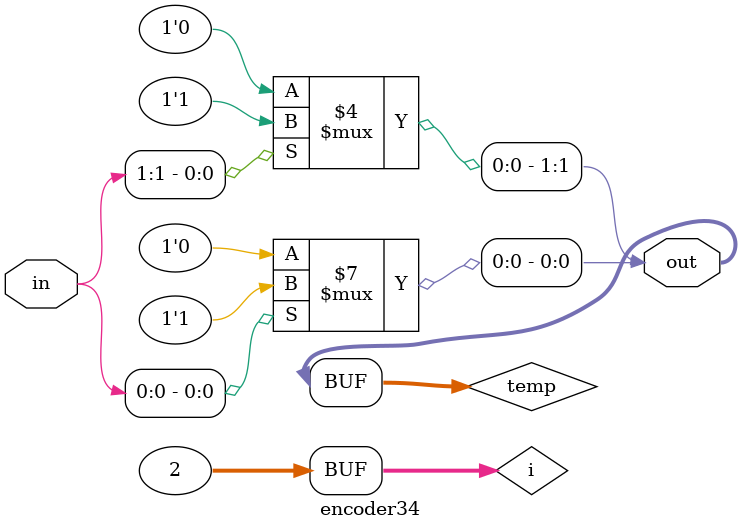
<source format=v>
module encoder34 (input [1:0] in, output [1:0] out);

    reg [1:0] temp;

    integer i;
    always @* begin
        for (i = 0; i < 2; i = i + 1) begin
            case(in[i])
                1: temp[i] = 1'b1;
                default: temp[i] = 1'b0;
            endcase
        end
    end

    assign out = temp;

endmodule

</source>
